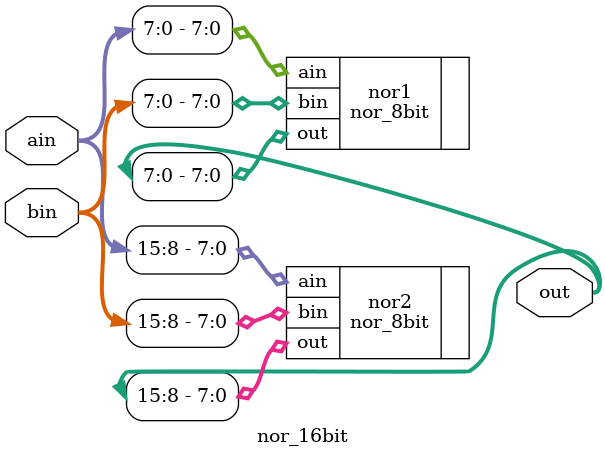
<source format=v>
module nor_16bit (
	output [15:0] out,
	input [15:0] ain,
	input [15:0] bin
);

	nor_8bit nor1 (
		.out(out[7:0]),
		.ain(ain[7:0]),
		.bin(bin[7:0])
	);
	
	nor_8bit nor2 (
		.out(out[15:8]),
		.ain(ain[15:8]),
		.bin(bin[15:8])
	);
	
endmodule
</source>
